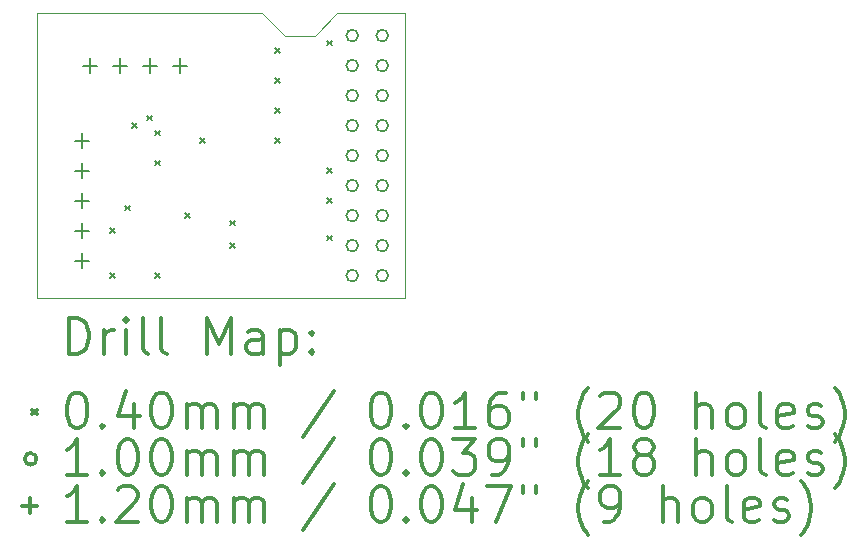
<source format=gbr>
%FSLAX45Y45*%
G04 Gerber Fmt 4.5, Leading zero omitted, Abs format (unit mm)*
G04 Created by KiCad (PCBNEW 4.0.7) date 08/19/18 23:23:31*
%MOMM*%
%LPD*%
G01*
G04 APERTURE LIST*
%ADD10C,0.127000*%
%ADD11C,0.100000*%
%ADD12C,0.200000*%
%ADD13C,0.300000*%
G04 APERTURE END LIST*
D10*
D11*
X10795000Y-8191500D02*
X8890000Y-8191500D01*
X11430000Y-8191500D02*
X12001500Y-8191500D01*
X10985500Y-8382000D02*
X10795000Y-8191500D01*
X11239500Y-8382000D02*
X10985500Y-8382000D01*
X11430000Y-8191500D02*
X11239500Y-8382000D01*
X8890000Y-10604500D02*
X8890000Y-8191500D01*
X12001500Y-10604500D02*
X8890000Y-10604500D01*
X12001500Y-8191500D02*
X12001500Y-10604500D01*
D12*
X9505000Y-10013000D02*
X9545000Y-10053000D01*
X9545000Y-10013000D02*
X9505000Y-10053000D01*
X9505000Y-10394000D02*
X9545000Y-10434000D01*
X9545000Y-10394000D02*
X9505000Y-10434000D01*
X9632000Y-9822500D02*
X9672000Y-9862500D01*
X9672000Y-9822500D02*
X9632000Y-9862500D01*
X9695500Y-9124000D02*
X9735500Y-9164000D01*
X9735500Y-9124000D02*
X9695500Y-9164000D01*
X9822500Y-9060500D02*
X9862500Y-9100500D01*
X9862500Y-9060500D02*
X9822500Y-9100500D01*
X9886000Y-9187500D02*
X9926000Y-9227500D01*
X9926000Y-9187500D02*
X9886000Y-9227500D01*
X9886000Y-9441500D02*
X9926000Y-9481500D01*
X9926000Y-9441500D02*
X9886000Y-9481500D01*
X9886000Y-10394000D02*
X9926000Y-10434000D01*
X9926000Y-10394000D02*
X9886000Y-10434000D01*
X10140000Y-9886000D02*
X10180000Y-9926000D01*
X10180000Y-9886000D02*
X10140000Y-9926000D01*
X10267000Y-9251000D02*
X10307000Y-9291000D01*
X10307000Y-9251000D02*
X10267000Y-9291000D01*
X10521000Y-9949500D02*
X10561000Y-9989500D01*
X10561000Y-9949500D02*
X10521000Y-9989500D01*
X10521000Y-10140000D02*
X10561000Y-10180000D01*
X10561000Y-10140000D02*
X10521000Y-10180000D01*
X10902000Y-8489000D02*
X10942000Y-8529000D01*
X10942000Y-8489000D02*
X10902000Y-8529000D01*
X10902000Y-8743000D02*
X10942000Y-8783000D01*
X10942000Y-8743000D02*
X10902000Y-8783000D01*
X10902000Y-8997000D02*
X10942000Y-9037000D01*
X10942000Y-8997000D02*
X10902000Y-9037000D01*
X10902000Y-9251000D02*
X10942000Y-9291000D01*
X10942000Y-9251000D02*
X10902000Y-9291000D01*
X11346500Y-8425500D02*
X11386500Y-8465500D01*
X11386500Y-8425500D02*
X11346500Y-8465500D01*
X11346500Y-9505000D02*
X11386500Y-9545000D01*
X11386500Y-9505000D02*
X11346500Y-9545000D01*
X11346500Y-9759000D02*
X11386500Y-9799000D01*
X11386500Y-9759000D02*
X11346500Y-9799000D01*
X11346500Y-10076500D02*
X11386500Y-10116500D01*
X11386500Y-10076500D02*
X11346500Y-10116500D01*
X11607000Y-8382000D02*
G75*
G03X11607000Y-8382000I-50000J0D01*
G01*
X11607000Y-8636000D02*
G75*
G03X11607000Y-8636000I-50000J0D01*
G01*
X11607000Y-8890000D02*
G75*
G03X11607000Y-8890000I-50000J0D01*
G01*
X11607000Y-9144000D02*
G75*
G03X11607000Y-9144000I-50000J0D01*
G01*
X11607000Y-9398000D02*
G75*
G03X11607000Y-9398000I-50000J0D01*
G01*
X11607000Y-9652000D02*
G75*
G03X11607000Y-9652000I-50000J0D01*
G01*
X11607000Y-9906000D02*
G75*
G03X11607000Y-9906000I-50000J0D01*
G01*
X11607000Y-10160000D02*
G75*
G03X11607000Y-10160000I-50000J0D01*
G01*
X11607000Y-10414000D02*
G75*
G03X11607000Y-10414000I-50000J0D01*
G01*
X11861000Y-8382000D02*
G75*
G03X11861000Y-8382000I-50000J0D01*
G01*
X11861000Y-8636000D02*
G75*
G03X11861000Y-8636000I-50000J0D01*
G01*
X11861000Y-8890000D02*
G75*
G03X11861000Y-8890000I-50000J0D01*
G01*
X11861000Y-9144000D02*
G75*
G03X11861000Y-9144000I-50000J0D01*
G01*
X11861000Y-9398000D02*
G75*
G03X11861000Y-9398000I-50000J0D01*
G01*
X11861000Y-9652000D02*
G75*
G03X11861000Y-9652000I-50000J0D01*
G01*
X11861000Y-9906000D02*
G75*
G03X11861000Y-9906000I-50000J0D01*
G01*
X11861000Y-10160000D02*
G75*
G03X11861000Y-10160000I-50000J0D01*
G01*
X11861000Y-10414000D02*
G75*
G03X11861000Y-10414000I-50000J0D01*
G01*
X9271000Y-9211000D02*
X9271000Y-9331000D01*
X9211000Y-9271000D02*
X9331000Y-9271000D01*
X9271000Y-9465000D02*
X9271000Y-9585000D01*
X9211000Y-9525000D02*
X9331000Y-9525000D01*
X9271000Y-9719000D02*
X9271000Y-9839000D01*
X9211000Y-9779000D02*
X9331000Y-9779000D01*
X9271000Y-9973000D02*
X9271000Y-10093000D01*
X9211000Y-10033000D02*
X9331000Y-10033000D01*
X9271000Y-10227000D02*
X9271000Y-10347000D01*
X9211000Y-10287000D02*
X9331000Y-10287000D01*
X9334500Y-8576000D02*
X9334500Y-8696000D01*
X9274500Y-8636000D02*
X9394500Y-8636000D01*
X9588500Y-8576000D02*
X9588500Y-8696000D01*
X9528500Y-8636000D02*
X9648500Y-8636000D01*
X9842500Y-8576000D02*
X9842500Y-8696000D01*
X9782500Y-8636000D02*
X9902500Y-8636000D01*
X10096500Y-8576000D02*
X10096500Y-8696000D01*
X10036500Y-8636000D02*
X10156500Y-8636000D01*
D13*
X9156429Y-11075214D02*
X9156429Y-10775214D01*
X9227857Y-10775214D01*
X9270714Y-10789500D01*
X9299286Y-10818072D01*
X9313571Y-10846643D01*
X9327857Y-10903786D01*
X9327857Y-10946643D01*
X9313571Y-11003786D01*
X9299286Y-11032357D01*
X9270714Y-11060929D01*
X9227857Y-11075214D01*
X9156429Y-11075214D01*
X9456429Y-11075214D02*
X9456429Y-10875214D01*
X9456429Y-10932357D02*
X9470714Y-10903786D01*
X9485000Y-10889500D01*
X9513571Y-10875214D01*
X9542143Y-10875214D01*
X9642143Y-11075214D02*
X9642143Y-10875214D01*
X9642143Y-10775214D02*
X9627857Y-10789500D01*
X9642143Y-10803786D01*
X9656429Y-10789500D01*
X9642143Y-10775214D01*
X9642143Y-10803786D01*
X9827857Y-11075214D02*
X9799286Y-11060929D01*
X9785000Y-11032357D01*
X9785000Y-10775214D01*
X9985000Y-11075214D02*
X9956429Y-11060929D01*
X9942143Y-11032357D01*
X9942143Y-10775214D01*
X10327857Y-11075214D02*
X10327857Y-10775214D01*
X10427857Y-10989500D01*
X10527857Y-10775214D01*
X10527857Y-11075214D01*
X10799286Y-11075214D02*
X10799286Y-10918072D01*
X10785000Y-10889500D01*
X10756429Y-10875214D01*
X10699286Y-10875214D01*
X10670714Y-10889500D01*
X10799286Y-11060929D02*
X10770714Y-11075214D01*
X10699286Y-11075214D01*
X10670714Y-11060929D01*
X10656429Y-11032357D01*
X10656429Y-11003786D01*
X10670714Y-10975214D01*
X10699286Y-10960929D01*
X10770714Y-10960929D01*
X10799286Y-10946643D01*
X10942143Y-10875214D02*
X10942143Y-11175214D01*
X10942143Y-10889500D02*
X10970714Y-10875214D01*
X11027857Y-10875214D01*
X11056429Y-10889500D01*
X11070714Y-10903786D01*
X11085000Y-10932357D01*
X11085000Y-11018072D01*
X11070714Y-11046643D01*
X11056429Y-11060929D01*
X11027857Y-11075214D01*
X10970714Y-11075214D01*
X10942143Y-11060929D01*
X11213571Y-11046643D02*
X11227857Y-11060929D01*
X11213571Y-11075214D01*
X11199286Y-11060929D01*
X11213571Y-11046643D01*
X11213571Y-11075214D01*
X11213571Y-10889500D02*
X11227857Y-10903786D01*
X11213571Y-10918072D01*
X11199286Y-10903786D01*
X11213571Y-10889500D01*
X11213571Y-10918072D01*
X8845000Y-11549500D02*
X8885000Y-11589500D01*
X8885000Y-11549500D02*
X8845000Y-11589500D01*
X9213571Y-11405214D02*
X9242143Y-11405214D01*
X9270714Y-11419500D01*
X9285000Y-11433786D01*
X9299286Y-11462357D01*
X9313571Y-11519500D01*
X9313571Y-11590929D01*
X9299286Y-11648071D01*
X9285000Y-11676643D01*
X9270714Y-11690929D01*
X9242143Y-11705214D01*
X9213571Y-11705214D01*
X9185000Y-11690929D01*
X9170714Y-11676643D01*
X9156429Y-11648071D01*
X9142143Y-11590929D01*
X9142143Y-11519500D01*
X9156429Y-11462357D01*
X9170714Y-11433786D01*
X9185000Y-11419500D01*
X9213571Y-11405214D01*
X9442143Y-11676643D02*
X9456429Y-11690929D01*
X9442143Y-11705214D01*
X9427857Y-11690929D01*
X9442143Y-11676643D01*
X9442143Y-11705214D01*
X9713571Y-11505214D02*
X9713571Y-11705214D01*
X9642143Y-11390929D02*
X9570714Y-11605214D01*
X9756428Y-11605214D01*
X9927857Y-11405214D02*
X9956429Y-11405214D01*
X9985000Y-11419500D01*
X9999286Y-11433786D01*
X10013571Y-11462357D01*
X10027857Y-11519500D01*
X10027857Y-11590929D01*
X10013571Y-11648071D01*
X9999286Y-11676643D01*
X9985000Y-11690929D01*
X9956429Y-11705214D01*
X9927857Y-11705214D01*
X9899286Y-11690929D01*
X9885000Y-11676643D01*
X9870714Y-11648071D01*
X9856429Y-11590929D01*
X9856429Y-11519500D01*
X9870714Y-11462357D01*
X9885000Y-11433786D01*
X9899286Y-11419500D01*
X9927857Y-11405214D01*
X10156429Y-11705214D02*
X10156429Y-11505214D01*
X10156429Y-11533786D02*
X10170714Y-11519500D01*
X10199286Y-11505214D01*
X10242143Y-11505214D01*
X10270714Y-11519500D01*
X10285000Y-11548071D01*
X10285000Y-11705214D01*
X10285000Y-11548071D02*
X10299286Y-11519500D01*
X10327857Y-11505214D01*
X10370714Y-11505214D01*
X10399286Y-11519500D01*
X10413571Y-11548071D01*
X10413571Y-11705214D01*
X10556429Y-11705214D02*
X10556429Y-11505214D01*
X10556429Y-11533786D02*
X10570714Y-11519500D01*
X10599286Y-11505214D01*
X10642143Y-11505214D01*
X10670714Y-11519500D01*
X10685000Y-11548071D01*
X10685000Y-11705214D01*
X10685000Y-11548071D02*
X10699286Y-11519500D01*
X10727857Y-11505214D01*
X10770714Y-11505214D01*
X10799286Y-11519500D01*
X10813571Y-11548071D01*
X10813571Y-11705214D01*
X11399286Y-11390929D02*
X11142143Y-11776643D01*
X11785000Y-11405214D02*
X11813571Y-11405214D01*
X11842143Y-11419500D01*
X11856428Y-11433786D01*
X11870714Y-11462357D01*
X11885000Y-11519500D01*
X11885000Y-11590929D01*
X11870714Y-11648071D01*
X11856428Y-11676643D01*
X11842143Y-11690929D01*
X11813571Y-11705214D01*
X11785000Y-11705214D01*
X11756428Y-11690929D01*
X11742143Y-11676643D01*
X11727857Y-11648071D01*
X11713571Y-11590929D01*
X11713571Y-11519500D01*
X11727857Y-11462357D01*
X11742143Y-11433786D01*
X11756428Y-11419500D01*
X11785000Y-11405214D01*
X12013571Y-11676643D02*
X12027857Y-11690929D01*
X12013571Y-11705214D01*
X11999286Y-11690929D01*
X12013571Y-11676643D01*
X12013571Y-11705214D01*
X12213571Y-11405214D02*
X12242143Y-11405214D01*
X12270714Y-11419500D01*
X12285000Y-11433786D01*
X12299285Y-11462357D01*
X12313571Y-11519500D01*
X12313571Y-11590929D01*
X12299285Y-11648071D01*
X12285000Y-11676643D01*
X12270714Y-11690929D01*
X12242143Y-11705214D01*
X12213571Y-11705214D01*
X12185000Y-11690929D01*
X12170714Y-11676643D01*
X12156428Y-11648071D01*
X12142143Y-11590929D01*
X12142143Y-11519500D01*
X12156428Y-11462357D01*
X12170714Y-11433786D01*
X12185000Y-11419500D01*
X12213571Y-11405214D01*
X12599285Y-11705214D02*
X12427857Y-11705214D01*
X12513571Y-11705214D02*
X12513571Y-11405214D01*
X12485000Y-11448071D01*
X12456428Y-11476643D01*
X12427857Y-11490929D01*
X12856428Y-11405214D02*
X12799285Y-11405214D01*
X12770714Y-11419500D01*
X12756428Y-11433786D01*
X12727857Y-11476643D01*
X12713571Y-11533786D01*
X12713571Y-11648071D01*
X12727857Y-11676643D01*
X12742143Y-11690929D01*
X12770714Y-11705214D01*
X12827857Y-11705214D01*
X12856428Y-11690929D01*
X12870714Y-11676643D01*
X12885000Y-11648071D01*
X12885000Y-11576643D01*
X12870714Y-11548071D01*
X12856428Y-11533786D01*
X12827857Y-11519500D01*
X12770714Y-11519500D01*
X12742143Y-11533786D01*
X12727857Y-11548071D01*
X12713571Y-11576643D01*
X12999286Y-11405214D02*
X12999286Y-11462357D01*
X13113571Y-11405214D02*
X13113571Y-11462357D01*
X13556428Y-11819500D02*
X13542143Y-11805214D01*
X13513571Y-11762357D01*
X13499285Y-11733786D01*
X13485000Y-11690929D01*
X13470714Y-11619500D01*
X13470714Y-11562357D01*
X13485000Y-11490929D01*
X13499285Y-11448071D01*
X13513571Y-11419500D01*
X13542143Y-11376643D01*
X13556428Y-11362357D01*
X13656428Y-11433786D02*
X13670714Y-11419500D01*
X13699285Y-11405214D01*
X13770714Y-11405214D01*
X13799285Y-11419500D01*
X13813571Y-11433786D01*
X13827857Y-11462357D01*
X13827857Y-11490929D01*
X13813571Y-11533786D01*
X13642143Y-11705214D01*
X13827857Y-11705214D01*
X14013571Y-11405214D02*
X14042143Y-11405214D01*
X14070714Y-11419500D01*
X14085000Y-11433786D01*
X14099285Y-11462357D01*
X14113571Y-11519500D01*
X14113571Y-11590929D01*
X14099285Y-11648071D01*
X14085000Y-11676643D01*
X14070714Y-11690929D01*
X14042143Y-11705214D01*
X14013571Y-11705214D01*
X13985000Y-11690929D01*
X13970714Y-11676643D01*
X13956428Y-11648071D01*
X13942143Y-11590929D01*
X13942143Y-11519500D01*
X13956428Y-11462357D01*
X13970714Y-11433786D01*
X13985000Y-11419500D01*
X14013571Y-11405214D01*
X14470714Y-11705214D02*
X14470714Y-11405214D01*
X14599285Y-11705214D02*
X14599285Y-11548071D01*
X14585000Y-11519500D01*
X14556428Y-11505214D01*
X14513571Y-11505214D01*
X14485000Y-11519500D01*
X14470714Y-11533786D01*
X14785000Y-11705214D02*
X14756428Y-11690929D01*
X14742143Y-11676643D01*
X14727857Y-11648071D01*
X14727857Y-11562357D01*
X14742143Y-11533786D01*
X14756428Y-11519500D01*
X14785000Y-11505214D01*
X14827857Y-11505214D01*
X14856428Y-11519500D01*
X14870714Y-11533786D01*
X14885000Y-11562357D01*
X14885000Y-11648071D01*
X14870714Y-11676643D01*
X14856428Y-11690929D01*
X14827857Y-11705214D01*
X14785000Y-11705214D01*
X15056428Y-11705214D02*
X15027857Y-11690929D01*
X15013571Y-11662357D01*
X15013571Y-11405214D01*
X15285000Y-11690929D02*
X15256428Y-11705214D01*
X15199286Y-11705214D01*
X15170714Y-11690929D01*
X15156428Y-11662357D01*
X15156428Y-11548071D01*
X15170714Y-11519500D01*
X15199286Y-11505214D01*
X15256428Y-11505214D01*
X15285000Y-11519500D01*
X15299286Y-11548071D01*
X15299286Y-11576643D01*
X15156428Y-11605214D01*
X15413571Y-11690929D02*
X15442143Y-11705214D01*
X15499286Y-11705214D01*
X15527857Y-11690929D01*
X15542143Y-11662357D01*
X15542143Y-11648071D01*
X15527857Y-11619500D01*
X15499286Y-11605214D01*
X15456428Y-11605214D01*
X15427857Y-11590929D01*
X15413571Y-11562357D01*
X15413571Y-11548071D01*
X15427857Y-11519500D01*
X15456428Y-11505214D01*
X15499286Y-11505214D01*
X15527857Y-11519500D01*
X15642143Y-11819500D02*
X15656428Y-11805214D01*
X15685000Y-11762357D01*
X15699286Y-11733786D01*
X15713571Y-11690929D01*
X15727857Y-11619500D01*
X15727857Y-11562357D01*
X15713571Y-11490929D01*
X15699286Y-11448071D01*
X15685000Y-11419500D01*
X15656428Y-11376643D01*
X15642143Y-11362357D01*
X8885000Y-11965500D02*
G75*
G03X8885000Y-11965500I-50000J0D01*
G01*
X9313571Y-12101214D02*
X9142143Y-12101214D01*
X9227857Y-12101214D02*
X9227857Y-11801214D01*
X9199286Y-11844071D01*
X9170714Y-11872643D01*
X9142143Y-11886929D01*
X9442143Y-12072643D02*
X9456429Y-12086929D01*
X9442143Y-12101214D01*
X9427857Y-12086929D01*
X9442143Y-12072643D01*
X9442143Y-12101214D01*
X9642143Y-11801214D02*
X9670714Y-11801214D01*
X9699286Y-11815500D01*
X9713571Y-11829786D01*
X9727857Y-11858357D01*
X9742143Y-11915500D01*
X9742143Y-11986929D01*
X9727857Y-12044071D01*
X9713571Y-12072643D01*
X9699286Y-12086929D01*
X9670714Y-12101214D01*
X9642143Y-12101214D01*
X9613571Y-12086929D01*
X9599286Y-12072643D01*
X9585000Y-12044071D01*
X9570714Y-11986929D01*
X9570714Y-11915500D01*
X9585000Y-11858357D01*
X9599286Y-11829786D01*
X9613571Y-11815500D01*
X9642143Y-11801214D01*
X9927857Y-11801214D02*
X9956429Y-11801214D01*
X9985000Y-11815500D01*
X9999286Y-11829786D01*
X10013571Y-11858357D01*
X10027857Y-11915500D01*
X10027857Y-11986929D01*
X10013571Y-12044071D01*
X9999286Y-12072643D01*
X9985000Y-12086929D01*
X9956429Y-12101214D01*
X9927857Y-12101214D01*
X9899286Y-12086929D01*
X9885000Y-12072643D01*
X9870714Y-12044071D01*
X9856429Y-11986929D01*
X9856429Y-11915500D01*
X9870714Y-11858357D01*
X9885000Y-11829786D01*
X9899286Y-11815500D01*
X9927857Y-11801214D01*
X10156429Y-12101214D02*
X10156429Y-11901214D01*
X10156429Y-11929786D02*
X10170714Y-11915500D01*
X10199286Y-11901214D01*
X10242143Y-11901214D01*
X10270714Y-11915500D01*
X10285000Y-11944071D01*
X10285000Y-12101214D01*
X10285000Y-11944071D02*
X10299286Y-11915500D01*
X10327857Y-11901214D01*
X10370714Y-11901214D01*
X10399286Y-11915500D01*
X10413571Y-11944071D01*
X10413571Y-12101214D01*
X10556429Y-12101214D02*
X10556429Y-11901214D01*
X10556429Y-11929786D02*
X10570714Y-11915500D01*
X10599286Y-11901214D01*
X10642143Y-11901214D01*
X10670714Y-11915500D01*
X10685000Y-11944071D01*
X10685000Y-12101214D01*
X10685000Y-11944071D02*
X10699286Y-11915500D01*
X10727857Y-11901214D01*
X10770714Y-11901214D01*
X10799286Y-11915500D01*
X10813571Y-11944071D01*
X10813571Y-12101214D01*
X11399286Y-11786929D02*
X11142143Y-12172643D01*
X11785000Y-11801214D02*
X11813571Y-11801214D01*
X11842143Y-11815500D01*
X11856428Y-11829786D01*
X11870714Y-11858357D01*
X11885000Y-11915500D01*
X11885000Y-11986929D01*
X11870714Y-12044071D01*
X11856428Y-12072643D01*
X11842143Y-12086929D01*
X11813571Y-12101214D01*
X11785000Y-12101214D01*
X11756428Y-12086929D01*
X11742143Y-12072643D01*
X11727857Y-12044071D01*
X11713571Y-11986929D01*
X11713571Y-11915500D01*
X11727857Y-11858357D01*
X11742143Y-11829786D01*
X11756428Y-11815500D01*
X11785000Y-11801214D01*
X12013571Y-12072643D02*
X12027857Y-12086929D01*
X12013571Y-12101214D01*
X11999286Y-12086929D01*
X12013571Y-12072643D01*
X12013571Y-12101214D01*
X12213571Y-11801214D02*
X12242143Y-11801214D01*
X12270714Y-11815500D01*
X12285000Y-11829786D01*
X12299285Y-11858357D01*
X12313571Y-11915500D01*
X12313571Y-11986929D01*
X12299285Y-12044071D01*
X12285000Y-12072643D01*
X12270714Y-12086929D01*
X12242143Y-12101214D01*
X12213571Y-12101214D01*
X12185000Y-12086929D01*
X12170714Y-12072643D01*
X12156428Y-12044071D01*
X12142143Y-11986929D01*
X12142143Y-11915500D01*
X12156428Y-11858357D01*
X12170714Y-11829786D01*
X12185000Y-11815500D01*
X12213571Y-11801214D01*
X12413571Y-11801214D02*
X12599285Y-11801214D01*
X12499285Y-11915500D01*
X12542143Y-11915500D01*
X12570714Y-11929786D01*
X12585000Y-11944071D01*
X12599285Y-11972643D01*
X12599285Y-12044071D01*
X12585000Y-12072643D01*
X12570714Y-12086929D01*
X12542143Y-12101214D01*
X12456428Y-12101214D01*
X12427857Y-12086929D01*
X12413571Y-12072643D01*
X12742143Y-12101214D02*
X12799285Y-12101214D01*
X12827857Y-12086929D01*
X12842143Y-12072643D01*
X12870714Y-12029786D01*
X12885000Y-11972643D01*
X12885000Y-11858357D01*
X12870714Y-11829786D01*
X12856428Y-11815500D01*
X12827857Y-11801214D01*
X12770714Y-11801214D01*
X12742143Y-11815500D01*
X12727857Y-11829786D01*
X12713571Y-11858357D01*
X12713571Y-11929786D01*
X12727857Y-11958357D01*
X12742143Y-11972643D01*
X12770714Y-11986929D01*
X12827857Y-11986929D01*
X12856428Y-11972643D01*
X12870714Y-11958357D01*
X12885000Y-11929786D01*
X12999286Y-11801214D02*
X12999286Y-11858357D01*
X13113571Y-11801214D02*
X13113571Y-11858357D01*
X13556428Y-12215500D02*
X13542143Y-12201214D01*
X13513571Y-12158357D01*
X13499285Y-12129786D01*
X13485000Y-12086929D01*
X13470714Y-12015500D01*
X13470714Y-11958357D01*
X13485000Y-11886929D01*
X13499285Y-11844071D01*
X13513571Y-11815500D01*
X13542143Y-11772643D01*
X13556428Y-11758357D01*
X13827857Y-12101214D02*
X13656428Y-12101214D01*
X13742143Y-12101214D02*
X13742143Y-11801214D01*
X13713571Y-11844071D01*
X13685000Y-11872643D01*
X13656428Y-11886929D01*
X13999285Y-11929786D02*
X13970714Y-11915500D01*
X13956428Y-11901214D01*
X13942143Y-11872643D01*
X13942143Y-11858357D01*
X13956428Y-11829786D01*
X13970714Y-11815500D01*
X13999285Y-11801214D01*
X14056428Y-11801214D01*
X14085000Y-11815500D01*
X14099285Y-11829786D01*
X14113571Y-11858357D01*
X14113571Y-11872643D01*
X14099285Y-11901214D01*
X14085000Y-11915500D01*
X14056428Y-11929786D01*
X13999285Y-11929786D01*
X13970714Y-11944071D01*
X13956428Y-11958357D01*
X13942143Y-11986929D01*
X13942143Y-12044071D01*
X13956428Y-12072643D01*
X13970714Y-12086929D01*
X13999285Y-12101214D01*
X14056428Y-12101214D01*
X14085000Y-12086929D01*
X14099285Y-12072643D01*
X14113571Y-12044071D01*
X14113571Y-11986929D01*
X14099285Y-11958357D01*
X14085000Y-11944071D01*
X14056428Y-11929786D01*
X14470714Y-12101214D02*
X14470714Y-11801214D01*
X14599285Y-12101214D02*
X14599285Y-11944071D01*
X14585000Y-11915500D01*
X14556428Y-11901214D01*
X14513571Y-11901214D01*
X14485000Y-11915500D01*
X14470714Y-11929786D01*
X14785000Y-12101214D02*
X14756428Y-12086929D01*
X14742143Y-12072643D01*
X14727857Y-12044071D01*
X14727857Y-11958357D01*
X14742143Y-11929786D01*
X14756428Y-11915500D01*
X14785000Y-11901214D01*
X14827857Y-11901214D01*
X14856428Y-11915500D01*
X14870714Y-11929786D01*
X14885000Y-11958357D01*
X14885000Y-12044071D01*
X14870714Y-12072643D01*
X14856428Y-12086929D01*
X14827857Y-12101214D01*
X14785000Y-12101214D01*
X15056428Y-12101214D02*
X15027857Y-12086929D01*
X15013571Y-12058357D01*
X15013571Y-11801214D01*
X15285000Y-12086929D02*
X15256428Y-12101214D01*
X15199286Y-12101214D01*
X15170714Y-12086929D01*
X15156428Y-12058357D01*
X15156428Y-11944071D01*
X15170714Y-11915500D01*
X15199286Y-11901214D01*
X15256428Y-11901214D01*
X15285000Y-11915500D01*
X15299286Y-11944071D01*
X15299286Y-11972643D01*
X15156428Y-12001214D01*
X15413571Y-12086929D02*
X15442143Y-12101214D01*
X15499286Y-12101214D01*
X15527857Y-12086929D01*
X15542143Y-12058357D01*
X15542143Y-12044071D01*
X15527857Y-12015500D01*
X15499286Y-12001214D01*
X15456428Y-12001214D01*
X15427857Y-11986929D01*
X15413571Y-11958357D01*
X15413571Y-11944071D01*
X15427857Y-11915500D01*
X15456428Y-11901214D01*
X15499286Y-11901214D01*
X15527857Y-11915500D01*
X15642143Y-12215500D02*
X15656428Y-12201214D01*
X15685000Y-12158357D01*
X15699286Y-12129786D01*
X15713571Y-12086929D01*
X15727857Y-12015500D01*
X15727857Y-11958357D01*
X15713571Y-11886929D01*
X15699286Y-11844071D01*
X15685000Y-11815500D01*
X15656428Y-11772643D01*
X15642143Y-11758357D01*
X8825000Y-12301500D02*
X8825000Y-12421500D01*
X8765000Y-12361500D02*
X8885000Y-12361500D01*
X9313571Y-12497214D02*
X9142143Y-12497214D01*
X9227857Y-12497214D02*
X9227857Y-12197214D01*
X9199286Y-12240071D01*
X9170714Y-12268643D01*
X9142143Y-12282929D01*
X9442143Y-12468643D02*
X9456429Y-12482929D01*
X9442143Y-12497214D01*
X9427857Y-12482929D01*
X9442143Y-12468643D01*
X9442143Y-12497214D01*
X9570714Y-12225786D02*
X9585000Y-12211500D01*
X9613571Y-12197214D01*
X9685000Y-12197214D01*
X9713571Y-12211500D01*
X9727857Y-12225786D01*
X9742143Y-12254357D01*
X9742143Y-12282929D01*
X9727857Y-12325786D01*
X9556428Y-12497214D01*
X9742143Y-12497214D01*
X9927857Y-12197214D02*
X9956429Y-12197214D01*
X9985000Y-12211500D01*
X9999286Y-12225786D01*
X10013571Y-12254357D01*
X10027857Y-12311500D01*
X10027857Y-12382929D01*
X10013571Y-12440071D01*
X9999286Y-12468643D01*
X9985000Y-12482929D01*
X9956429Y-12497214D01*
X9927857Y-12497214D01*
X9899286Y-12482929D01*
X9885000Y-12468643D01*
X9870714Y-12440071D01*
X9856429Y-12382929D01*
X9856429Y-12311500D01*
X9870714Y-12254357D01*
X9885000Y-12225786D01*
X9899286Y-12211500D01*
X9927857Y-12197214D01*
X10156429Y-12497214D02*
X10156429Y-12297214D01*
X10156429Y-12325786D02*
X10170714Y-12311500D01*
X10199286Y-12297214D01*
X10242143Y-12297214D01*
X10270714Y-12311500D01*
X10285000Y-12340071D01*
X10285000Y-12497214D01*
X10285000Y-12340071D02*
X10299286Y-12311500D01*
X10327857Y-12297214D01*
X10370714Y-12297214D01*
X10399286Y-12311500D01*
X10413571Y-12340071D01*
X10413571Y-12497214D01*
X10556429Y-12497214D02*
X10556429Y-12297214D01*
X10556429Y-12325786D02*
X10570714Y-12311500D01*
X10599286Y-12297214D01*
X10642143Y-12297214D01*
X10670714Y-12311500D01*
X10685000Y-12340071D01*
X10685000Y-12497214D01*
X10685000Y-12340071D02*
X10699286Y-12311500D01*
X10727857Y-12297214D01*
X10770714Y-12297214D01*
X10799286Y-12311500D01*
X10813571Y-12340071D01*
X10813571Y-12497214D01*
X11399286Y-12182929D02*
X11142143Y-12568643D01*
X11785000Y-12197214D02*
X11813571Y-12197214D01*
X11842143Y-12211500D01*
X11856428Y-12225786D01*
X11870714Y-12254357D01*
X11885000Y-12311500D01*
X11885000Y-12382929D01*
X11870714Y-12440071D01*
X11856428Y-12468643D01*
X11842143Y-12482929D01*
X11813571Y-12497214D01*
X11785000Y-12497214D01*
X11756428Y-12482929D01*
X11742143Y-12468643D01*
X11727857Y-12440071D01*
X11713571Y-12382929D01*
X11713571Y-12311500D01*
X11727857Y-12254357D01*
X11742143Y-12225786D01*
X11756428Y-12211500D01*
X11785000Y-12197214D01*
X12013571Y-12468643D02*
X12027857Y-12482929D01*
X12013571Y-12497214D01*
X11999286Y-12482929D01*
X12013571Y-12468643D01*
X12013571Y-12497214D01*
X12213571Y-12197214D02*
X12242143Y-12197214D01*
X12270714Y-12211500D01*
X12285000Y-12225786D01*
X12299285Y-12254357D01*
X12313571Y-12311500D01*
X12313571Y-12382929D01*
X12299285Y-12440071D01*
X12285000Y-12468643D01*
X12270714Y-12482929D01*
X12242143Y-12497214D01*
X12213571Y-12497214D01*
X12185000Y-12482929D01*
X12170714Y-12468643D01*
X12156428Y-12440071D01*
X12142143Y-12382929D01*
X12142143Y-12311500D01*
X12156428Y-12254357D01*
X12170714Y-12225786D01*
X12185000Y-12211500D01*
X12213571Y-12197214D01*
X12570714Y-12297214D02*
X12570714Y-12497214D01*
X12499285Y-12182929D02*
X12427857Y-12397214D01*
X12613571Y-12397214D01*
X12699285Y-12197214D02*
X12899285Y-12197214D01*
X12770714Y-12497214D01*
X12999286Y-12197214D02*
X12999286Y-12254357D01*
X13113571Y-12197214D02*
X13113571Y-12254357D01*
X13556428Y-12611500D02*
X13542143Y-12597214D01*
X13513571Y-12554357D01*
X13499285Y-12525786D01*
X13485000Y-12482929D01*
X13470714Y-12411500D01*
X13470714Y-12354357D01*
X13485000Y-12282929D01*
X13499285Y-12240071D01*
X13513571Y-12211500D01*
X13542143Y-12168643D01*
X13556428Y-12154357D01*
X13685000Y-12497214D02*
X13742143Y-12497214D01*
X13770714Y-12482929D01*
X13785000Y-12468643D01*
X13813571Y-12425786D01*
X13827857Y-12368643D01*
X13827857Y-12254357D01*
X13813571Y-12225786D01*
X13799285Y-12211500D01*
X13770714Y-12197214D01*
X13713571Y-12197214D01*
X13685000Y-12211500D01*
X13670714Y-12225786D01*
X13656428Y-12254357D01*
X13656428Y-12325786D01*
X13670714Y-12354357D01*
X13685000Y-12368643D01*
X13713571Y-12382929D01*
X13770714Y-12382929D01*
X13799285Y-12368643D01*
X13813571Y-12354357D01*
X13827857Y-12325786D01*
X14185000Y-12497214D02*
X14185000Y-12197214D01*
X14313571Y-12497214D02*
X14313571Y-12340071D01*
X14299285Y-12311500D01*
X14270714Y-12297214D01*
X14227857Y-12297214D01*
X14199285Y-12311500D01*
X14185000Y-12325786D01*
X14499285Y-12497214D02*
X14470714Y-12482929D01*
X14456428Y-12468643D01*
X14442143Y-12440071D01*
X14442143Y-12354357D01*
X14456428Y-12325786D01*
X14470714Y-12311500D01*
X14499285Y-12297214D01*
X14542143Y-12297214D01*
X14570714Y-12311500D01*
X14585000Y-12325786D01*
X14599285Y-12354357D01*
X14599285Y-12440071D01*
X14585000Y-12468643D01*
X14570714Y-12482929D01*
X14542143Y-12497214D01*
X14499285Y-12497214D01*
X14770714Y-12497214D02*
X14742143Y-12482929D01*
X14727857Y-12454357D01*
X14727857Y-12197214D01*
X14999286Y-12482929D02*
X14970714Y-12497214D01*
X14913571Y-12497214D01*
X14885000Y-12482929D01*
X14870714Y-12454357D01*
X14870714Y-12340071D01*
X14885000Y-12311500D01*
X14913571Y-12297214D01*
X14970714Y-12297214D01*
X14999286Y-12311500D01*
X15013571Y-12340071D01*
X15013571Y-12368643D01*
X14870714Y-12397214D01*
X15127857Y-12482929D02*
X15156428Y-12497214D01*
X15213571Y-12497214D01*
X15242143Y-12482929D01*
X15256428Y-12454357D01*
X15256428Y-12440071D01*
X15242143Y-12411500D01*
X15213571Y-12397214D01*
X15170714Y-12397214D01*
X15142143Y-12382929D01*
X15127857Y-12354357D01*
X15127857Y-12340071D01*
X15142143Y-12311500D01*
X15170714Y-12297214D01*
X15213571Y-12297214D01*
X15242143Y-12311500D01*
X15356428Y-12611500D02*
X15370714Y-12597214D01*
X15399286Y-12554357D01*
X15413571Y-12525786D01*
X15427857Y-12482929D01*
X15442143Y-12411500D01*
X15442143Y-12354357D01*
X15427857Y-12282929D01*
X15413571Y-12240071D01*
X15399286Y-12211500D01*
X15370714Y-12168643D01*
X15356428Y-12154357D01*
M02*

</source>
